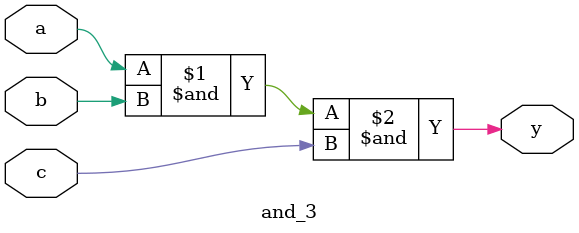
<source format=v>
`timescale 1ns / 1ps


module and_3(
    output y,
    input a,b,c
    );
    
    assign y = a & b & c;
    
endmodule

</source>
